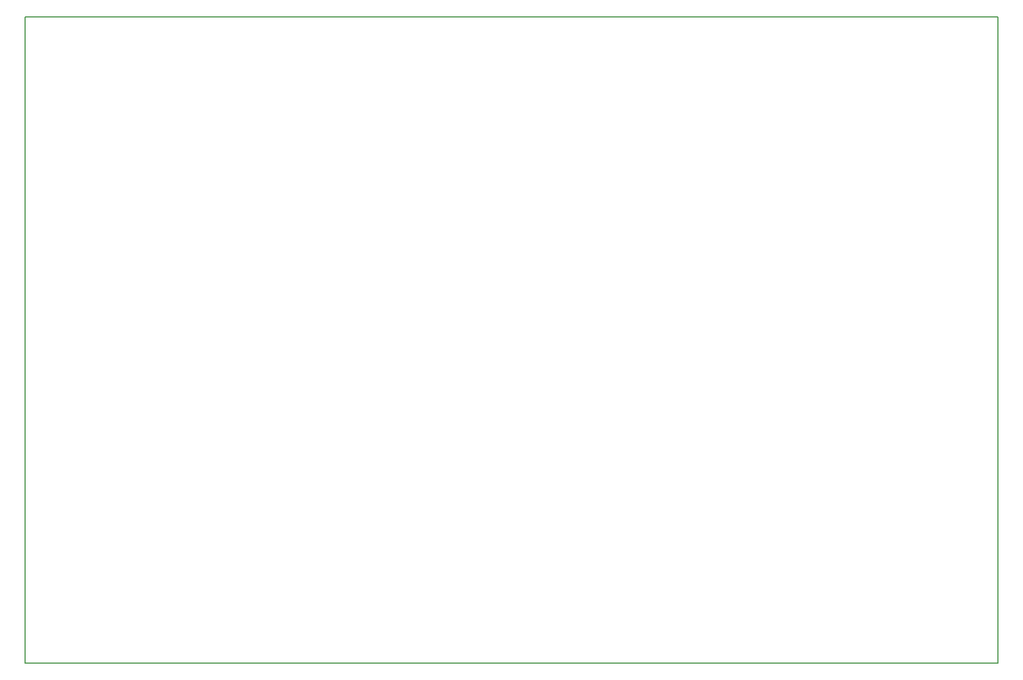
<source format=gko>
G04*
G04 #@! TF.GenerationSoftware,Altium Limited,Altium Designer,24.2.2 (26)*
G04*
G04 Layer_Color=16711935*
%FSLAX44Y44*%
%MOMM*%
G71*
G04*
G04 #@! TF.SameCoordinates,1BD910DE-209E-4C6D-8DAE-2763C1CA0569*
G04*
G04*
G04 #@! TF.FilePolarity,Positive*
G04*
G01*
G75*
%ADD81C,0.2000*%
D81*
X-0Y1003300D02*
X0Y0D01*
X-0Y1003300D02*
X1511300D01*
X0Y0D02*
X1511300D01*
X1511300Y1003300D02*
X1511300Y0D01*
M02*

</source>
